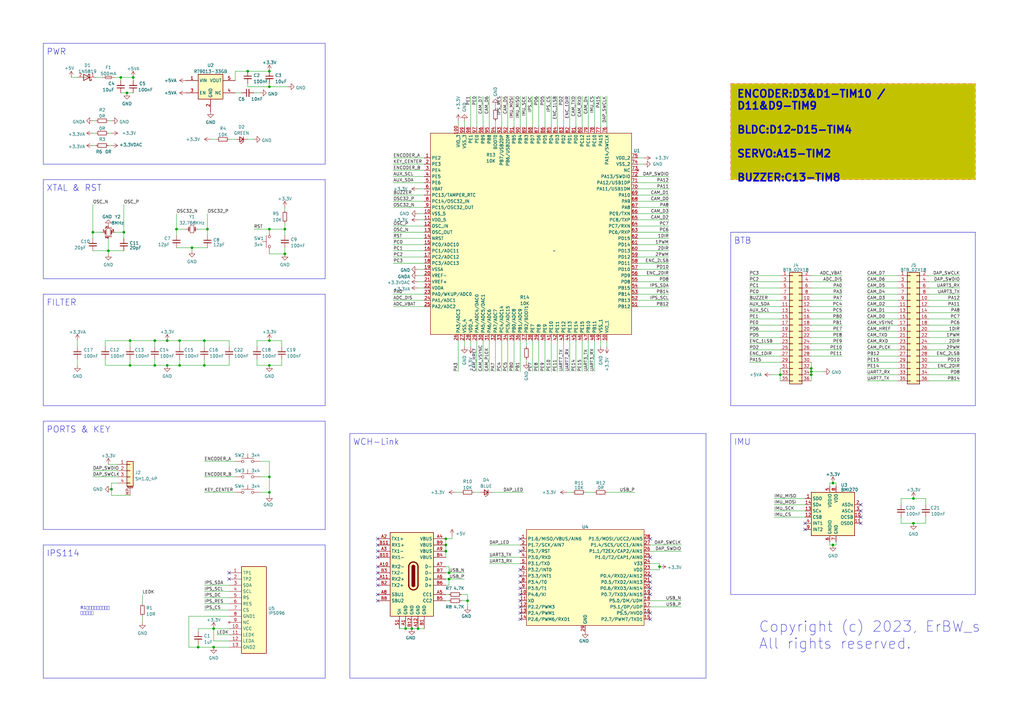
<source format=kicad_sch>
(kicad_sch (version 20230121) (generator eeschema)
  (paper "A3")
  (junction (at 116.84 104.14))
  (junction (at 341.63 223.52))
  (junction (at 184.15 237.49))
  (junction (at 38.1 95.25))
  (junction (at 44.45 102.87))
  (junction (at 85.09 93.98))
  (junction (at 182.88 223.52))
  (junction (at 116.84 93.98))
  (junction (at 110.49 35.56))
  (junction (at 182.88 226.06))
  (junction (at 73.66 149.86))
  (junction (at 72.39 93.98))
  (junction (at 81.28 265.43))
  (junction (at 184.15 234.95))
  (junction (at 374.65 204.47))
  (junction (at 110.49 139.7))
  (junction (at 166.37 257.81))
  (junction (at 54.61 31.75))
  (junction (at 53.34 139.7))
  (junction (at 341.63 198.12))
  (junction (at 83.82 139.7))
  (junction (at 332.74 152.4))
  (junction (at 45.72 200.66))
  (junction (at 182.88 220.98))
  (junction (at 374.65 214.63))
  (junction (at 101.6 29.21))
  (junction (at 110.49 195.58))
  (junction (at 110.49 93.98))
  (junction (at 50.8 95.25))
  (junction (at 87.63 257.81))
  (junction (at 320.04 153.67))
  (junction (at 83.82 149.86))
  (junction (at 110.49 29.21))
  (junction (at 49.53 31.75))
  (junction (at 68.58 139.7))
  (junction (at 87.63 265.43))
  (junction (at 63.5 149.86))
  (junction (at 52.07 38.1))
  (junction (at 332.74 151.13))
  (junction (at 110.49 201.93))
  (junction (at 63.5 139.7))
  (junction (at 332.74 153.67))
  (junction (at 110.49 149.86))
  (junction (at 168.91 257.81))
  (junction (at 68.58 149.86))
  (junction (at 191.77 246.38))
  (junction (at 73.66 139.7))
  (junction (at 53.34 149.86))
  (junction (at 78.74 101.6))
  (junction (at 270.51 232.41))
  (junction (at 171.45 257.81))
  (no_connect (at 266.7 220.98))
  (no_connect (at 213.36 236.22))
  (no_connect (at 93.98 234.95))
  (no_connect (at 154.94 240.03))
  (no_connect (at 266.7 241.3))
  (no_connect (at 213.36 233.68))
  (no_connect (at 154.94 232.41))
  (no_connect (at 213.36 238.76))
  (no_connect (at 330.2 214.63))
  (no_connect (at 266.7 254))
  (no_connect (at 213.36 220.98))
  (no_connect (at 154.94 234.95))
  (no_connect (at 213.36 248.92))
  (no_connect (at 353.06 207.01))
  (no_connect (at 154.94 223.52))
  (no_connect (at 353.06 214.63))
  (no_connect (at 154.94 220.98))
  (no_connect (at 266.7 238.76))
  (no_connect (at 154.94 237.49))
  (no_connect (at 266.7 228.6))
  (no_connect (at 154.94 228.6))
  (no_connect (at 213.36 251.46))
  (no_connect (at 266.7 251.46))
  (no_connect (at 154.94 226.06))
  (no_connect (at 266.7 243.84))
  (no_connect (at 353.06 212.09))
  (no_connect (at 213.36 246.38))
  (no_connect (at 154.94 243.84))
  (no_connect (at 213.36 254))
  (no_connect (at 213.36 243.84))
  (no_connect (at 93.98 237.49))
  (no_connect (at 353.06 209.55))
  (no_connect (at 330.2 217.17))
  (no_connect (at 213.36 241.3))
  (no_connect (at 154.94 246.38))
  (no_connect (at 266.7 236.22))
  (no_connect (at 213.36 226.06))
  (wire (pts (xy 340.36 222.25) (xy 340.36 223.52)))
  (wire (pts (xy 49.53 31.75) (xy 49.53 33.02)))
  (wire (pts (xy 44.45 102.87) (xy 50.8 102.87)))
  (wire (pts (xy 274.32 125.73) (xy 261.62 125.73)))
  (wire (pts (xy 266.7 231.14) (xy 270.51 231.14)))
  (wire (pts (xy 355.6 123.19) (xy 368.3 123.19)))
  (wire (pts (xy 44.45 59.69) (xy 45.72 59.69)))
  (wire (pts (xy 44.45 97.79) (xy 44.45 102.87)))
  (wire (pts (xy 307.34 118.11) (xy 320.04 118.11)))
  (wire (pts (xy 320.04 151.13) (xy 320.04 153.67)))
  (wire (pts (xy 50.8 95.25) (xy 50.8 97.79)))
  (wire (pts (xy 110.49 203.2) (xy 110.49 201.93)))
  (wire (pts (xy 274.32 77.47) (xy 261.62 77.47)))
  (wire (pts (xy 182.88 232.41) (xy 184.15 232.41)))
  (wire (pts (xy 96.52 29.21) (xy 101.6 29.21)))
  (wire (pts (xy 38.1 54.61) (xy 39.37 54.61)))
  (wire (pts (xy 231.14 139.7) (xy 231.14 152.4)))
  (wire (pts (xy 53.34 139.7) (xy 53.34 142.24)))
  (wire (pts (xy 345.44 120.65) (xy 332.74 120.65)))
  (wire (pts (xy 163.83 257.81) (xy 166.37 257.81)))
  (wire (pts (xy 115.57 139.7) (xy 115.57 142.24)))
  (wire (pts (xy 110.49 34.29) (xy 110.49 35.56)))
  (polyline (pts (xy 17.78 172.72) (xy 17.78 217.17)))
  (wire (pts (xy 83.82 242.57) (xy 93.98 242.57)))
  (wire (pts (xy 185.42 219.71) (xy 185.42 220.98)))
  (wire (pts (xy 345.44 125.73) (xy 332.74 125.73)))
  (wire (pts (xy 393.7 148.59) (xy 381 148.59)))
  (wire (pts (xy 266.7 246.38) (xy 279.4 246.38)))
  (wire (pts (xy 87.63 257.81) (xy 87.63 262.89)))
  (wire (pts (xy 83.82 245.11) (xy 93.98 245.11)))
  (wire (pts (xy 38.1 83.82) (xy 38.1 95.25)))
  (polyline (pts (xy 17.78 166.37) (xy 133.35 166.37)))
  (wire (pts (xy 345.44 146.05) (xy 332.74 146.05)))
  (wire (pts (xy 307.34 140.97) (xy 320.04 140.97)))
  (wire (pts (xy 274.32 90.17) (xy 261.62 90.17)))
  (wire (pts (xy 110.49 201.93) (xy 110.49 195.58)))
  (wire (pts (xy 379.73 212.09) (xy 379.73 214.63)))
  (wire (pts (xy 341.63 223.52) (xy 342.9 223.52)))
  (wire (pts (xy 345.44 138.43) (xy 332.74 138.43)))
  (wire (pts (xy 201.93 201.93) (xy 214.63 201.93)))
  (wire (pts (xy 105.41 149.86) (xy 110.49 149.86)))
  (wire (pts (xy 184.15 240.03) (xy 184.15 237.49)))
  (wire (pts (xy 81.28 93.98) (xy 85.09 93.98)))
  (wire (pts (xy 246.38 142.24) (xy 246.38 139.7)))
  (wire (pts (xy 187.96 49.53) (xy 187.96 52.07)))
  (wire (pts (xy 264.16 64.77) (xy 261.62 64.77)))
  (wire (pts (xy 161.29 92.71) (xy 173.99 92.71)))
  (wire (pts (xy 238.76 39.37) (xy 238.76 52.07)))
  (wire (pts (xy 223.52 39.37) (xy 223.52 52.07)))
  (wire (pts (xy 393.7 125.73) (xy 381 125.73)))
  (wire (pts (xy 194.31 201.93) (xy 196.85 201.93)))
  (wire (pts (xy 266.7 248.92) (xy 279.4 248.92)))
  (wire (pts (xy 44.45 49.53) (xy 45.72 49.53)))
  (wire (pts (xy 320.04 153.67) (xy 320.04 156.21)))
  (wire (pts (xy 228.6 39.37) (xy 228.6 52.07)))
  (wire (pts (xy 241.3 39.37) (xy 241.3 52.07)))
  (wire (pts (xy 161.29 97.79) (xy 173.99 97.79)))
  (wire (pts (xy 73.66 149.86) (xy 83.82 149.86)))
  (wire (pts (xy 190.5 49.53) (xy 190.5 52.07)))
  (wire (pts (xy 87.63 257.81) (xy 93.98 257.81)))
  (wire (pts (xy 355.6 143.51) (xy 368.3 143.51)))
  (wire (pts (xy 101.6 57.15) (xy 104.14 57.15)))
  (wire (pts (xy 355.6 146.05) (xy 368.3 146.05)))
  (wire (pts (xy 307.34 115.57) (xy 320.04 115.57)))
  (wire (pts (xy 161.29 95.25) (xy 173.99 95.25)))
  (wire (pts (xy 345.44 128.27) (xy 332.74 128.27)))
  (wire (pts (xy 215.9 52.07) (xy 215.9 39.37)))
  (wire (pts (xy 168.91 257.81) (xy 171.45 257.81)))
  (wire (pts (xy 368.3 153.67) (xy 355.6 153.67)))
  (wire (pts (xy 171.45 110.49) (xy 173.99 110.49)))
  (polyline (pts (xy 17.78 114.3) (xy 17.78 73.66)))
  (wire (pts (xy 274.32 85.09) (xy 261.62 85.09)))
  (wire (pts (xy 200.66 152.4) (xy 200.66 139.7)))
  (wire (pts (xy 307.34 125.73) (xy 320.04 125.73)))
  (wire (pts (xy 77.47 252.73) (xy 77.47 265.43)))
  (wire (pts (xy 393.7 156.21) (xy 381 156.21)))
  (wire (pts (xy 369.57 204.47) (xy 369.57 207.01)))
  (wire (pts (xy 38.1 193.04) (xy 48.26 193.04)))
  (wire (pts (xy 226.06 152.4) (xy 226.06 139.7)))
  (wire (pts (xy 46.99 95.25) (xy 50.8 95.25)))
  (wire (pts (xy 355.6 128.27) (xy 368.3 128.27)))
  (wire (pts (xy 166.37 257.81) (xy 168.91 257.81)))
  (polyline (pts (xy 133.35 278.13) (xy 133.35 223.52)))
  (wire (pts (xy 110.49 189.23) (xy 106.68 189.23)))
  (wire (pts (xy 193.04 142.24) (xy 193.04 139.7)))
  (wire (pts (xy 220.98 152.4) (xy 220.98 139.7)))
  (wire (pts (xy 171.45 90.17) (xy 173.99 90.17)))
  (wire (pts (xy 171.45 257.81) (xy 173.99 257.81)))
  (wire (pts (xy 31.75 139.7) (xy 31.75 142.24)))
  (wire (pts (xy 210.82 52.07) (xy 210.82 39.37)))
  (wire (pts (xy 266.7 226.06) (xy 279.4 226.06)))
  (wire (pts (xy 340.36 223.52) (xy 341.63 223.52)))
  (wire (pts (xy 48.26 198.12) (xy 45.72 198.12)))
  (wire (pts (xy 307.34 130.81) (xy 320.04 130.81)))
  (wire (pts (xy 264.16 67.31) (xy 261.62 67.31)))
  (wire (pts (xy 171.45 77.47) (xy 173.99 77.47)))
  (wire (pts (xy 345.44 140.97) (xy 332.74 140.97)))
  (wire (pts (xy 203.2 49.53) (xy 203.2 52.07)))
  (wire (pts (xy 96.52 189.23) (xy 83.82 189.23)))
  (wire (pts (xy 161.29 74.93) (xy 173.99 74.93)))
  (wire (pts (xy 161.29 125.73) (xy 173.99 125.73)))
  (polyline (pts (xy 299.72 95.25) (xy 400.05 95.25)))
  (wire (pts (xy 45.72 198.12) (xy 45.72 200.66)))
  (wire (pts (xy 173.99 69.85) (xy 161.29 69.85)))
  (wire (pts (xy 41.91 95.25) (xy 38.1 95.25)))
  (wire (pts (xy 307.34 135.89) (xy 320.04 135.89)))
  (wire (pts (xy 274.32 87.63) (xy 261.62 87.63)))
  (wire (pts (xy 161.29 120.65) (xy 173.99 120.65)))
  (wire (pts (xy 307.34 113.03) (xy 320.04 113.03)))
  (wire (pts (xy 85.09 87.63) (xy 85.09 93.98)))
  (wire (pts (xy 232.41 201.93) (xy 234.95 201.93)))
  (wire (pts (xy 81.28 264.16) (xy 81.28 265.43)))
  (wire (pts (xy 161.29 80.01) (xy 173.99 80.01)))
  (wire (pts (xy 38.1 49.53) (xy 39.37 49.53)))
  (wire (pts (xy 116.84 101.6) (xy 116.84 104.14)))
  (wire (pts (xy 76.2 93.98) (xy 72.39 93.98)))
  (polyline (pts (xy 133.35 166.37) (xy 133.35 120.65)))
  (wire (pts (xy 330.2 204.47) (xy 317.5 204.47)))
  (wire (pts (xy 104.14 38.1) (xy 106.68 38.1)))
  (wire (pts (xy 191.77 248.92) (xy 191.77 246.38)))
  (wire (pts (xy 215.9 148.59) (xy 215.9 147.32)))
  (wire (pts (xy 345.44 113.03) (xy 332.74 113.03)))
  (wire (pts (xy 355.6 118.11) (xy 368.3 118.11)))
  (wire (pts (xy 340.36 198.12) (xy 341.63 198.12)))
  (wire (pts (xy 104.14 93.98) (xy 110.49 93.98)))
  (wire (pts (xy 50.8 83.82) (xy 50.8 95.25)))
  (wire (pts (xy 355.6 130.81) (xy 368.3 130.81)))
  (wire (pts (xy 203.2 43.18) (xy 203.2 44.45)))
  (wire (pts (xy 213.36 152.4) (xy 213.36 139.7)))
  (wire (pts (xy 39.37 31.75) (xy 41.91 31.75)))
  (wire (pts (xy 73.66 147.32) (xy 73.66 149.86)))
  (wire (pts (xy 355.6 148.59) (xy 368.3 148.59)))
  (polyline (pts (xy 133.35 114.3) (xy 17.78 114.3)))
  (wire (pts (xy 307.34 138.43) (xy 320.04 138.43)))
  (wire (pts (xy 342.9 198.12) (xy 342.9 199.39)))
  (wire (pts (xy 52.07 38.1) (xy 54.61 38.1)))
  (wire (pts (xy 182.88 246.38) (xy 184.15 246.38)))
  (polyline (pts (xy 17.78 120.65) (xy 17.78 166.37)))
  (wire (pts (xy 381 118.11) (xy 393.7 118.11)))
  (wire (pts (xy 191.77 243.84) (xy 189.23 243.84)))
  (polyline (pts (xy 400.05 95.25) (xy 400.05 166.37)))
  (wire (pts (xy 307.34 133.35) (xy 320.04 133.35)))
  (wire (pts (xy 274.32 120.65) (xy 261.62 120.65)))
  (polyline (pts (xy 17.78 172.72) (xy 133.35 172.72)))
  (wire (pts (xy 186.69 201.93) (xy 189.23 201.93)))
  (wire (pts (xy 355.6 135.89) (xy 368.3 135.89)))
  (wire (pts (xy 81.28 265.43) (xy 87.63 265.43)))
  (wire (pts (xy 274.32 95.25) (xy 261.62 95.25)))
  (wire (pts (xy 72.39 87.63) (xy 72.39 93.98)))
  (wire (pts (xy 96.52 33.02) (xy 96.52 29.21)))
  (wire (pts (xy 341.63 198.12) (xy 342.9 198.12)))
  (wire (pts (xy 171.45 113.03) (xy 173.99 113.03)))
  (wire (pts (xy 45.72 203.2) (xy 45.72 200.66)))
  (wire (pts (xy 393.7 123.19) (xy 381 123.19)))
  (wire (pts (xy 86.36 57.15) (xy 88.9 57.15)))
  (wire (pts (xy 43.18 149.86) (xy 53.34 149.86)))
  (wire (pts (xy 213.36 228.6) (xy 200.66 228.6)))
  (wire (pts (xy 205.74 39.37) (xy 205.74 52.07)))
  (polyline (pts (xy 400.05 166.37) (xy 299.72 166.37)))
  (wire (pts (xy 68.58 139.7) (xy 73.66 139.7)))
  (wire (pts (xy 49.53 31.75) (xy 54.61 31.75)))
  (wire (pts (xy 83.82 147.32) (xy 83.82 149.86)))
  (wire (pts (xy 393.7 133.35) (xy 381 133.35)))
  (wire (pts (xy 355.6 151.13) (xy 368.3 151.13)))
  (wire (pts (xy 161.29 123.19) (xy 173.99 123.19)))
  (wire (pts (xy 53.34 149.86) (xy 63.5 149.86)))
  (wire (pts (xy 393.7 153.67) (xy 381 153.67)))
  (wire (pts (xy 270.51 233.68) (xy 266.7 233.68)))
  (wire (pts (xy 105.41 139.7) (xy 105.41 142.24)))
  (wire (pts (xy 355.6 133.35) (xy 368.3 133.35)))
  (wire (pts (xy 233.68 139.7) (xy 233.68 152.4)))
  (wire (pts (xy 73.66 139.7) (xy 73.66 142.24)))
  (wire (pts (xy 68.58 149.86) (xy 73.66 149.86)))
  (polyline (pts (xy 133.35 17.78) (xy 17.78 17.78)))
  (wire (pts (xy 171.45 118.11) (xy 173.99 118.11)))
  (polyline (pts (xy 133.35 120.65) (xy 17.78 120.65)))
  (wire (pts (xy 96.52 195.58) (xy 83.82 195.58)))
  (wire (pts (xy 38.1 195.58) (xy 48.26 195.58)))
  (wire (pts (xy 88.9 260.35) (xy 93.98 260.35)))
  (wire (pts (xy 115.57 139.7) (xy 110.49 139.7)))
  (wire (pts (xy 101.6 34.29) (xy 101.6 35.56)))
  (wire (pts (xy 182.88 234.95) (xy 184.15 234.95)))
  (wire (pts (xy 45.72 203.2) (xy 53.34 203.2)))
  (wire (pts (xy 184.15 234.95) (xy 190.5 234.95)))
  (wire (pts (xy 110.49 139.7) (xy 105.41 139.7)))
  (wire (pts (xy 274.32 80.01) (xy 261.62 80.01)))
  (wire (pts (xy 195.58 39.37) (xy 195.58 52.07)))
  (wire (pts (xy 223.52 152.4) (xy 223.52 139.7)))
  (wire (pts (xy 243.84 52.07) (xy 243.84 39.37)))
  (wire (pts (xy 171.45 115.57) (xy 173.99 115.57)))
  (wire (pts (xy 54.61 31.75) (xy 54.61 33.02)))
  (wire (pts (xy 83.82 247.65) (xy 93.98 247.65)))
  (wire (pts (xy 193.04 39.37) (xy 193.04 52.07)))
  (wire (pts (xy 248.92 52.07) (xy 248.92 39.37)))
  (wire (pts (xy 161.29 100.33) (xy 173.99 100.33)))
  (wire (pts (xy 270.51 231.14) (xy 270.51 232.41)))
  (wire (pts (xy 355.6 113.03) (xy 368.3 113.03)))
  (wire (pts (xy 270.51 232.41) (xy 270.51 233.68)))
  (wire (pts (xy 184.15 237.49) (xy 190.5 237.49)))
  (wire (pts (xy 185.42 220.98) (xy 182.88 220.98)))
  (wire (pts (xy 274.32 74.93) (xy 261.62 74.93)))
  (wire (pts (xy 345.44 143.51) (xy 332.74 143.51)))
  (wire (pts (xy 393.7 146.05) (xy 381 146.05)))
  (wire (pts (xy 226.06 39.37) (xy 226.06 52.07)))
  (wire (pts (xy 233.68 39.37) (xy 233.68 52.07)))
  (wire (pts (xy 345.44 115.57) (xy 332.74 115.57)))
  (wire (pts (xy 110.49 104.14) (xy 116.84 104.14)))
  (wire (pts (xy 369.57 214.63) (xy 374.65 214.63)))
  (wire (pts (xy 236.22 152.4) (xy 236.22 139.7)))
  (wire (pts (xy 213.36 52.07) (xy 213.36 39.37)))
  (wire (pts (xy 381 113.03) (xy 393.7 113.03)))
  (wire (pts (xy 116.84 85.09) (xy 116.84 86.36)))
  (wire (pts (xy 374.65 214.63) (xy 379.73 214.63)))
  (wire (pts (xy 93.98 149.86) (xy 83.82 149.86)))
  (wire (pts (xy 274.32 82.55) (xy 261.62 82.55)))
  (polyline (pts (xy 17.78 73.66) (xy 133.35 73.66)))
  (wire (pts (xy 330.2 209.55) (xy 317.5 209.55)))
  (wire (pts (xy 332.74 152.4) (xy 332.74 153.67)))
  (wire (pts (xy 203.2 152.4) (xy 203.2 139.7)))
  (wire (pts (xy 110.49 195.58) (xy 110.49 189.23)))
  (wire (pts (xy 101.6 29.21) (xy 110.49 29.21)))
  (wire (pts (xy 63.5 147.32) (xy 63.5 149.86)))
  (wire (pts (xy 248.92 201.93) (xy 260.35 201.93)))
  (wire (pts (xy 116.84 93.98) (xy 116.84 91.44)))
  (polyline (pts (xy 299.72 95.25) (xy 299.72 166.37)))
  (wire (pts (xy 393.7 128.27) (xy 381 128.27)))
  (wire (pts (xy 31.75 147.32) (xy 31.75 149.86)))
  (wire (pts (xy 393.7 140.97) (xy 381 140.97)))
  (wire (pts (xy 274.32 92.71) (xy 261.62 92.71)))
  (wire (pts (xy 355.6 120.65) (xy 368.3 120.65)))
  (wire (pts (xy 379.73 204.47) (xy 379.73 207.01)))
  (wire (pts (xy 307.34 146.05) (xy 320.04 146.05)))
  (wire (pts (xy 106.68 201.93) (xy 110.49 201.93)))
  (wire (pts (xy 195.58 152.4) (xy 195.58 139.7)))
  (wire (pts (xy 307.34 143.51) (xy 320.04 143.51)))
  (wire (pts (xy 261.62 123.19) (xy 274.32 123.19)))
  (wire (pts (xy 337.82 152.4) (xy 332.74 152.4)))
  (polyline (pts (xy 133.35 217.17) (xy 17.78 217.17)))
  (wire (pts (xy 231.14 39.37) (xy 231.14 52.07)))
  (wire (pts (xy 43.18 139.7) (xy 43.18 142.24)))
  (wire (pts (xy 68.58 139.7) (xy 63.5 139.7)))
  (wire (pts (xy 307.34 120.65) (xy 320.04 120.65)))
  (wire (pts (xy 101.6 35.56) (xy 110.49 35.56)))
  (wire (pts (xy 381 115.57) (xy 393.7 115.57)))
  (wire (pts (xy 240.03 201.93) (xy 243.84 201.93)))
  (wire (pts (xy 266.7 223.52) (xy 279.4 223.52)))
  (wire (pts (xy 110.49 93.98) (xy 116.84 93.98)))
  (wire (pts (xy 330.2 207.01) (xy 317.5 207.01)))
  (wire (pts (xy 49.53 38.1) (xy 52.07 38.1)))
  (wire (pts (xy 171.45 87.63) (xy 173.99 87.63)))
  (wire (pts (xy 83.82 201.93) (xy 96.52 201.93)))
  (wire (pts (xy 161.29 102.87) (xy 173.99 102.87)))
  (wire (pts (xy 236.22 39.37) (xy 236.22 52.07)))
  (wire (pts (xy 200.66 39.37) (xy 200.66 52.07)))
  (wire (pts (xy 53.34 139.7) (xy 43.18 139.7)))
  (wire (pts (xy 228.6 152.4) (xy 228.6 139.7)))
  (wire (pts (xy 72.39 101.6) (xy 78.74 101.6)))
  (wire (pts (xy 161.29 107.95) (xy 173.99 107.95)))
  (wire (pts (xy 63.5 139.7) (xy 63.5 142.24)))
  (wire (pts (xy 93.98 147.32) (xy 93.98 149.86)))
  (wire (pts (xy 243.84 139.7) (xy 243.84 152.4)))
  (wire (pts (xy 332.74 153.67) (xy 332.74 156.21)))
  (wire (pts (xy 93.98 139.7) (xy 83.82 139.7)))
  (wire (pts (xy 173.99 64.77) (xy 161.29 64.77)))
  (wire (pts (xy 161.29 82.55) (xy 173.99 82.55)))
  (wire (pts (xy 381 120.65) (xy 393.7 120.65)))
  (wire (pts (xy 241.3 139.7) (xy 241.3 152.4)))
  (polyline (pts (xy 17.78 278.13) (xy 133.35 278.13)))
  (wire (pts (xy 110.49 149.86) (xy 115.57 149.86)))
  (wire (pts (xy 261.62 72.39) (xy 274.32 72.39)))
  (wire (pts (xy 198.12 152.4) (xy 198.12 139.7)))
  (wire (pts (xy 393.7 138.43) (xy 381 138.43)))
  (wire (pts (xy 77.47 265.43) (xy 81.28 265.43)))
  (wire (pts (xy 345.44 135.89) (xy 332.74 135.89)))
  (wire (pts (xy 85.09 93.98) (xy 85.09 96.52)))
  (wire (pts (xy 274.32 107.95) (xy 261.62 107.95)))
  (wire (pts (xy 106.68 195.58) (xy 110.49 195.58)))
  (wire (pts (xy 246.38 39.37) (xy 246.38 52.07)))
  (wire (pts (xy 332.74 148.59) (xy 332.74 151.13)))
  (wire (pts (xy 110.49 35.56) (xy 118.11 35.56)))
  (wire (pts (xy 72.39 93.98) (xy 72.39 96.52)))
  (wire (pts (xy 182.88 223.52) (xy 182.88 226.06)))
  (wire (pts (xy 238.76 152.4) (xy 238.76 139.7)))
  (polyline (pts (xy 17.78 17.78) (xy 17.78 67.31)))
  (wire (pts (xy 161.29 105.41) (xy 173.99 105.41)))
  (wire (pts (xy 44.45 102.87) (xy 44.45 104.14)))
  (wire (pts (xy 182.88 240.03) (xy 184.15 240.03)))
  (wire (pts (xy 320.04 153.67) (xy 316.23 153.67)))
  (wire (pts (xy 342.9 223.52) (xy 342.9 222.25)))
  (wire (pts (xy 115.57 147.32) (xy 115.57 149.86)))
  (wire (pts (xy 93.98 142.24) (xy 93.98 139.7)))
  (wire (pts (xy 393.7 135.89) (xy 381 135.89)))
  (wire (pts (xy 345.44 118.11) (xy 332.74 118.11)))
  (wire (pts (xy 208.28 152.4) (xy 208.28 139.7)))
  (wire (pts (xy 274.32 97.79) (xy 261.62 97.79)))
  (wire (pts (xy 182.88 220.98) (xy 182.88 223.52)))
  (wire (pts (xy 93.98 57.15) (xy 96.52 57.15)))
  (wire (pts (xy 274.32 115.57) (xy 261.62 115.57)))
  (wire (pts (xy 44.45 190.5) (xy 48.26 190.5)))
  (wire (pts (xy 220.98 39.37) (xy 220.98 52.07)))
  (wire (pts (xy 274.32 102.87) (xy 261.62 102.87)))
  (wire (pts (xy 190.5 142.24) (xy 190.5 139.7)))
  (wire (pts (xy 345.44 123.19) (xy 332.74 123.19)))
  (wire (pts (xy 78.74 101.6) (xy 85.09 101.6)))
  (wire (pts (xy 38.1 95.25) (xy 38.1 97.79)))
  (wire (pts (xy 198.12 39.37) (xy 198.12 52.07)))
  (wire (pts (xy 68.58 149.86) (xy 63.5 149.86)))
  (wire (pts (xy 355.6 115.57) (xy 368.3 115.57)))
  (wire (pts (xy 210.82 152.4) (xy 210.82 139.7)))
  (wire (pts (xy 58.42 255.27) (xy 58.42 252.73)))
  (wire (pts (xy 116.84 93.98) (xy 116.84 96.52)))
  (wire (pts (xy 78.74 101.6) (xy 78.74 102.87)))
  (wire (pts (xy 381 143.51) (xy 393.7 143.51)))
  (wire (pts (xy 189.23 246.38) (xy 191.77 246.38)))
  (wire (pts (xy 340.36 199.39) (xy 340.36 198.12)))
  (wire (pts (xy 381 130.81) (xy 393.7 130.81)))
  (wire (pts (xy 261.62 118.11) (xy 274.32 118.11)))
  (wire (pts (xy 307.34 148.59) (xy 320.04 148.59)))
  (wire (pts (xy 332.74 151.13) (xy 332.74 152.4)))
  (wire (pts (xy 330.2 212.09) (xy 317.5 212.09)))
  (wire (pts (xy 58.42 243.84) (xy 58.42 247.65)))
  (wire (pts (xy 83.82 250.19) (xy 93.98 250.19)))
  (wire (pts (xy 96.52 38.1) (xy 99.06 38.1)))
  (polyline (pts (xy 133.35 223.52) (xy 17.78 223.52)))
  (wire (pts (xy 182.88 237.49) (xy 184.15 237.49)))
  (wire (pts (xy 46.99 31.75) (xy 49.53 31.75)))
  (wire (pts (xy 274.32 100.33) (xy 261.62 100.33)))
  (wire (pts (xy 83.82 139.7) (xy 73.66 139.7)))
  (wire (pts (xy 208.28 39.37) (xy 208.28 52.07)))
  (wire (pts (xy 345.44 130.81) (xy 332.74 130.81)))
  (polyline (pts (xy 17.78 67.31) (xy 133.35 67.31)))
  (wire (pts (xy 218.44 152.4) (xy 218.44 139.7)))
  (polyline (pts (xy 133.35 67.31) (xy 133.35 17.78)))
  (wire (pts (xy 105.41 147.32) (xy 105.41 149.86)))
  (wire (pts (xy 182.88 243.84) (xy 184.15 243.84)))
  (wire (pts (xy 161.29 72.39) (xy 173.99 72.39)))
  (wire (pts (xy 191.77 246.38) (xy 191.77 243.84)))
  (wire (pts (xy 187.96 152.4) (xy 187.96 139.7)))
  (wire (pts (xy 38.1 59.69) (xy 39.37 59.69)))
  (wire (pts (xy 218.44 39.37) (xy 218.44 52.07)))
  (wire (pts (xy 213.36 223.52) (xy 200.66 223.52)))
  (wire (pts (xy 38.1 102.87) (xy 44.45 102.87)))
  (wire (pts (xy 369.57 212.09) (xy 369.57 214.63)))
  (wire (pts (xy 43.18 147.32) (xy 43.18 149.86)))
  (wire (pts (xy 81.28 259.08) (xy 81.28 257.81)))
  (wire (pts (xy 307.34 128.27) (xy 320.04 128.27)))
  (wire (pts (xy 83.82 240.03) (xy 93.98 240.03)))
  (polyline (pts (xy 17.78 223.52) (xy 17.78 278.13)))
  (wire (pts (xy 274.32 113.03) (xy 261.62 113.03)))
  (wire (pts (xy 93.98 252.73) (xy 77.47 252.73)))
  (polyline (pts (xy 133.35 172.72) (xy 133.35 217.17)))
  (wire (pts (xy 274.32 110.49) (xy 261.62 110.49)))
  (wire (pts (xy 29.21 31.75) (xy 31.75 31.75)))
  (wire (pts (xy 248.92 142.24) (xy 248.92 139.7)))
  (wire (pts (xy 87.63 262.89) (xy 93.98 262.89)))
  (wire (pts (xy 379.73 204.47) (xy 374.65 204.47)))
  (wire (pts (xy 393.7 151.13) (xy 381 151.13)))
  (wire (pts (xy 355.6 138.43) (xy 368.3 138.43)))
  (wire (pts (xy 182.88 226.06) (xy 182.88 228.6)))
  (wire (pts (xy 44.45 54.61) (xy 45.72 54.61)))
  (wire (pts (xy 355.6 140.97) (xy 368.3 140.97)))
  (wire (pts (xy 87.63 265.43) (xy 93.98 265.43)))
  (wire (pts (xy 83.82 139.7) (xy 83.82 142.24)))
  (wire (pts (xy 213.36 231.14) (xy 200.66 231.14)))
  (wire (pts (xy 161.29 85.09) (xy 173.99 85.09)))
  (wire (pts (xy 81.28 257.81) (xy 87.63 257.81)))
  (wire (pts (xy 53.34 139.7) (xy 63.5 139.7)))
  (wire (pts (xy 355.6 125.73) (xy 368.3 125.73)))
  (polyline (pts (xy 133.35 73.66) (xy 133.35 114.3)))
  (wire (pts (xy 345.44 133.35) (xy 332.74 133.35)))
  (wire (pts (xy 368.3 156.21) (xy 355.6 156.21)))
  (wire (pts (xy 184.15 232.41) (xy 184.15 234.95)))
  (wire (pts (xy 161.29 67.31) (xy 173.99 67.31)))
  (wire (pts (xy 274.32 105.41) (xy 261.62 105.41)))
  (wire (pts (xy 53.34 147.32) (xy 53.34 149.86)))
  (wire (pts (xy 205.74 152.4) (xy 205.74 139.7)))
  (wire (pts (xy 307.34 123.19) (xy 320.04 123.19)))
  (wire (pts (xy 374.65 204.47) (xy 369.57 204.47)))
  (wire (pts (xy 215.9 142.24) (xy 215.9 139.7)))
  (rectangle (start 299.72 177.8) (end 400.05 243.84))
  (rectangle (start 143.51 177.8) (end 289.56 278.13))
  (text_box "ENCODER:D3&D1-TIM10 / D11&D9-TIM9\n\nBLDC:D12~D15-TIM4\n\nSERVO:A15-TIM2\n\nBUZZER:C13-TIM8" (at 299.72 34.29 0) (size 100.33 39.37) (stroke (width 0.127) (type dash_dot) (color 255 0 0 1)) (fill (type color) (color 194 194 0 1)) (effects (font (size 3.048 3.048) (thickness 0.6096) bold) (justify left top)))
  (text "Copyright (c) 2023, ErBW_s\nAll rights reserved." (at 311.15 266.7 0) (effects (font (size 4.318 4.318)) (justify left bottom)))
  (text "PWR" (at 19.05 22.86 0) (effects (font (size 2.54 2.54)) (justify left bottom)))
  (text "IMU" (at 300.99 182.88 0) (effects (font (size 2.54 2.54)) (justify left bottom)))
  (text "IPS114" (at 19.05 228.6 0) (effects (font (size 2.54 2.54)) (justify left bottom)))
  (text "FILTER" (at 19.05 125.73 0) (effects (font (size 2.54 2.54)) (justify left bottom)))
  (text "PORTS & KEY" (at 19.05 177.8 0) (effects (font (size 2.54 2.54)) (justify left bottom)))
  (text "WCH-Link" (at 144.78 182.88 0) (effects (font (size 2.54 2.54)) (justify left bottom)))
  (text "R1的阻值影响背光亮度\n可自由选择" (at 33.02 252.73 0) (effects (font (size 1.27 1.27)) (justify left bottom)))
  (text "BTB" (at 300.99 100.33 0) (effects (font (size 2.54 2.54)) (justify left bottom)))
  (text "XTAL & RST" (at 19.05 78.74 0) (effects (font (size 2.54 2.54)) (justify left bottom)))
  (label "CAM_D3" (at 274.32 87.63 180))
  (label "2DIR" (at 393.7 140.97 180))
  (label "ADC_DIS" (at 161.29 123.19 0))
  (label "PD8" (at 393.7 153.67 180))
  (label "CAM_D6" (at 200.66 39.37 270))
  (label "USB_P" (at 260.35 201.93 180))
  (label "PE9" (at 345.44 140.97 180))
  (label "DAP_SWCLK" (at 279.4 223.52 180))
  (label "PE15" (at 238.76 152.4 90))
  (label "PA7" (at 203.2 152.4 90))
  (label "UART7_TX" (at 231.14 152.4 90))
  (label "PC4" (at 345.44 125.73 180))
  (label "PD5" (at 223.52 39.37 270))
  (label "PE0" (at 195.58 39.37 270))
  (label "PE1" (at 193.04 39.37 270))
  (label "IPS_CS" (at 83.82 250.19 0))
  (label "PA15" (at 307.34 148.59 0))
  (label "BUZZER" (at 161.29 80.01 0))
  (label "PD10" (at 393.7 148.59 180))
  (label "UART7_RX" (at 233.68 152.4 90))
  (label "UART7_TX" (at 355.6 156.21 0))
  (label "IMU_CS" (at 317.5 212.09 0))
  (label "ENC_1LSB" (at 228.6 39.37 270))
  (label "UART3_RX" (at 393.7 118.11 180))
  (label "OSC32_N" (at 72.39 87.63 0))
  (label "PC0" (at 307.34 120.65 0))
  (label "CAM_D3" (at 355.6 123.19 0))
  (label "IPS_DC" (at 218.44 39.37 270))
  (label "PA15" (at 246.38 39.37 270))
  (label "PA8" (at 274.32 85.09 180))
  (label "IMU_CS" (at 243.84 39.37 270))
  (label "IPS_SDA" (at 83.82 240.03 0))
  (label "DAP_SWDIO" (at 279.4 226.06 180))
  (label "UART3_RX" (at 200.66 231.14 0))
  (label "PC3" (at 307.34 113.03 0))
  (label "PD10" (at 274.32 110.49 180))
  (label "IPS_SCL" (at 83.82 242.57 0))
  (label "UART3_TX" (at 200.66 228.6 0))
  (label "USB_P" (at 279.4 248.92 180))
  (label "PB12" (at 274.32 125.73 180))
  (label "PE11" (at 345.44 146.05 180))
  (label "PC0" (at 161.29 100.33 0))
  (label "KEY_CENTER" (at 83.82 201.93 0))
  (label "DAP_LED" (at 214.63 201.93 180))
  (label "AUX_SCL" (at 307.34 128.27 0))
  (label "PC1" (at 161.29 102.87 0))
  (label "UART7_RX" (at 355.6 153.67 0))
  (label "CAM_RXD" (at 355.6 140.97 0))
  (label "PA11" (at 393.7 125.73 180))
  (label "PE8" (at 345.44 138.43 180))
  (label "2PWM" (at 393.7 143.51 180))
  (label "DAP_SWDIO" (at 274.32 72.39 180))
  (label "2PWM" (at 274.32 105.41 180))
  (label "PA3" (at 345.44 120.65 180))
  (label "PC5" (at 345.44 128.27 180))
  (label "OSC_N" (at 161.29 95.25 0))
  (label "CAM_D5" (at 208.28 39.37 270))
  (label "CAM_VSYNC" (at 355.6 133.35 0))
  (label "PE10" (at 226.06 152.4 90))
  (label "CAM_HREF" (at 195.58 152.4 90))
  (label "PB14" (at 393.7 156.21 180))
  (label "IPS_CS" (at 226.06 39.37 270))
  (label "PA0" (at 161.29 120.65 0))
  (label "LEDK" (at 88.9 260.35 0))
  (label "PB12" (at 355.6 146.05 0))
  (label "PE1" (at 307.34 130.81 0))
  (label "OSC_P" (at 161.29 92.71 0))
  (label "PE14" (at 355.6 151.13 0))
  (label "PE0" (at 307.34 133.35 0))
  (label "CAM_D7" (at 355.6 113.03 0))
  (label "PE7" (at 218.44 152.4 90))
  (label "PA12" (at 393.7 123.19 180))
  (label "DAP_SWDIO" (at 38.1 193.04 0))
  (label "CAM_TXD" (at 236.22 39.37 270))
  (label "IMU_SCK" (at 215.9 39.37 270))
  (label "2DIR" (at 274.32 102.87 180))
  (label "PD8" (at 274.32 115.57 180))
  (label "IPS_DC" (at 83.82 245.11 0))
  (label "IMU_SCK" (at 317.5 209.55 0))
  (label "ADC_VBAT" (at 161.29 125.73 0))
  (label "PD2" (at 307.34 143.51 0))
  (label "ENCODER_B" (at 83.82 195.58 0))
  (label "IPS_SCL" (at 274.32 123.19 180))
  (label "CAM_RXD" (at 238.76 39.37 270))
  (label "DAP_SWDIO" (at 393.7 115.57 180))
  (label "PE15" (at 355.6 148.59 0))
  (label "PC7" (at 393.7 130.81 180))
  (label "CAM_D2" (at 274.32 90.17 180))
  (label "PB0" (at 210.82 152.4 90))
  (label "UART3_TX" (at 241.3 152.4 90))
  (label "CAM_D1" (at 355.6 128.27 0))
  (label "1DIR" (at 274.32 97.79 180))
  (label "PE10" (at 345.44 143.51 180))
  (label "PC3" (at 161.29 107.95 0))
  (label "CAM_D1" (at 274.32 80.01 180))
  (label "ADC_DIS" (at 345.44 115.57 180))
  (label "RST" (at 161.29 97.79 0))
  (label "DAP_SWCLK" (at 393.7 113.03 180))
  (label "PD6" (at 220.98 39.37 270))
  (label "USB_P" (at 190.5 237.49 180))
  (label "OSC_P" (at 50.8 83.82 0))
  (label "PA8" (at 393.7 128.27 180))
  (label "DAP_SWCLK" (at 248.92 39.37 270))
  (label "PC6" (at 393.7 133.35 180))
  (label "ENCODER_A" (at 83.82 189.23 0))
  (label "LEDK" (at 58.42 243.84 0))
  (label "IMU_MOSI" (at 210.82 39.37 270))
  (label "PA7" (at 345.44 123.19 180))
  (label "ENCODER_B" (at 161.29 69.85 0))
  (label "IMU_MISO" (at 317.5 204.47 0))
  (label "USB_N" (at 279.4 246.38 180))
  (label "DAP_SWCLK" (at 38.1 195.58 0))
  (label "CAM_D5" (at 355.6 118.11 0))
  (label "CAM_D7" (at 198.12 39.37 270))
  (label "PB1" (at 213.36 152.4 90))
  (label "ENC_1DIR" (at 307.34 146.05 0))
  (label "OSC_N" (at 38.1 83.82 0))
  (label "OSC32_P" (at 161.29 82.55 0))
  (label "AUX_SDA" (at 307.34 125.73 0))
  (label "ENC_2LSB" (at 274.32 107.95 180))
  (label "PC4" (at 205.74 152.4 90))
  (label "PE7" (at 345.44 135.89 180))
  (label "KEY_CENTER" (at 161.29 67.31 0))
  (label "IPS_SDA" (at 274.32 118.11 180))
  (label "ENCODER_A" (at 161.29 64.77 0))
  (label "PC6" (at 274.32 95.25 180))
  (label "PA12" (at 274.32 74.93 180))
  (label "PD5" (at 307.34 138.43 0))
  (label "PE8" (at 220.98 152.4 90))
  (label "IPS_RES" (at 205.74 39.37 270))
  (label "CAM_D4" (at 355.6 120.65 0))
  (label "PE14" (at 236.22 152.4 90))
  (label "IPS_RES" (at 83.82 247.65 0))
  (label "CAM_D4" (at 241.3 39.37 270))
  (label "1PWM" (at 274.32 100.33 180))
  (label "USB_N" (at 190.5 234.95 180))
  (label "ENC_2LSB" (at 393.7 146.05 180))
  (label "PA3" (at 187.96 152.4 90))
  (label "UART3_RX" (at 243.84 152.4 90))
  (label "CAM_PLCK" (at 355.6 143.51 0))
  (label "CAM_D6" (at 355.6 115.57 0))
  (label "ENC_2DIR" (at 274.32 113.03 180))
  (label "PC5" (at 208.28 152.4 90))
  (label "PB14" (at 274.32 120.65 180))
  (label "OSC32_P" (at 85.09 87.63 0))
  (label "ENC_1DIR" (at 233.68 39.37 270))
  (label "IMU_MISO" (at 213.36 39.37 270))
  (label "ENC_2DIR" (at 393.7 151.13 180))
  (label "RST" (at 104.14 93.98 0))
  (label "UART3_TX" (at 393.7 120.65 180))
  (label "PA0" (at 345.44 118.11 180))
  (label "PA11" (at 274.32 77.47 180))
  (label "PC7" (at 274.32 92.71 180))
  (label "IMU_MOSI" (at 317.5 207.01 0))
  (label "CAM_PLCK" (at 200.66 152.4 90))
  (label "PD2" (at 231.14 39.37 270))
  (label "CAM_TXD" (at 355.6 138.43 0))
  (label "CAM_HREF" (at 355.6 135.89 0))
  (label "ADC_VBAT" (at 345.44 113.03 180))
  (label "CAM_D0" (at 355.6 130.81 0))
  (label "PB0" (at 345.44 130.81 180))
  (label "ENC_1LSB" (at 307.34 140.97 0))
  (label "BUZZER" (at 307.34 123.19 0))
  (label "PB1" (at 345.44 133.35 180))
  (label "1DIR" (at 393.7 135.89 180))
  (label "AUX_SCL" (at 161.29 72.39 0))
  (label "PC1" (at 307.34 118.11 0))
  (label "1PWM" (at 393.7 138.43 180))
  (label "OSC32_N" (at 161.29 85.09 0))
  (label "CAM_D2" (at 355.6 125.73 0))
  (label "PC2" (at 307.34 115.57 0))
  (label "PC2" (at 161.29 105.41 0))
  (label "DAP_LED" (at 200.66 223.52 0))
  (label "AUX_SDA" (at 161.29 74.93 0))
  (label "CAM_D0" (at 274.32 82.55 180))
  (label "CAM_VSYNC" (at 198.12 152.4 90))
  (label "PD6" (at 307.34 135.89 0))
  (label "PE9" (at 223.52 152.4 90))
  (label "PE11" (at 228.6 152.4 90))
  (symbol (lib_id "power:+3.3V") (at 374.65 204.47 0) (unit 1)
    (property "Reference" "#PWR040" (effects hide))
    (property "Value" "+3.3V" (at 374.65 200.8942 0))
  )
  (symbol (lib_id "power:GNDA") (at 171.45 113.03 270) (unit 1)
    (property "Reference" "#PWR045" (effects hide))
    (property "Value" "GNDA" (at 168.275 113.4638 90) (effects (justify right)))
  )
  (symbol (lib_id "Sensor_Motion:BMI160") (at 342.9 209.55 0) (unit 1)
    (property "Reference" "U3" (at 344.8559 198.9201 0) (effects (justify left)))
    (property "Value" "BMI270" (at 344.8559 200.8411 0) (effects (justify left)))
    (property "Footprint" "Package_LGA:Bosch_LGA-14_3x2.5mm_P0.5mm" (effects hide))
    (property "Datasheet" "https://www.bosch-sensortec.com/media/boschsensortec/downloads/datasheets/bst-bmi160-ds000.pdf" (effects hide))
  )
  (symbol (lib_id "power:GNDA") (at 38.1 49.53 270) (unit 1)
    (property "Reference" "#PWR013" (effects hide))
    (property "Value" "GNDA" (at 34.925 49.9638 90) (effects (justify right)))
  )
  (symbol (lib_id "Device:Fuse_Small") (at 44.45 31.75 0) (unit 1)
    (property "Reference" "F1" (at 44.45 27.6692 0))
    (property "Value" "500mA" (at 44.45 30.2061 0))
    (property "Footprint" "Fuse:Fuse_0603_1608Metric" (effects hide))
  )
  (symbol (lib_id "power:GND") (at 44.45 92.71 180) (unit 1)
    (property "Reference" "#PWR020" (effects hide))
    (property "Value" "GND" (at 41.91 88.9 0) (effects (justify right)))
  )
  (symbol (lib_id "power:+3.3V") (at 186.69 201.93 90) (unit 1)
    (property "Reference" "#PWR038" (effects hide))
    (property "Value" "+3.3V" (at 176.53 201.93 90) (effects (justify right)))
  )
  (symbol (lib_id "Device:R_Small") (at 215.9 144.78 180) (unit 1)
    (property "Reference" "R14" (at 217.17 121.92 0) (effects (justify left)))
    (property "Value" "10K" (at 217.17 124.46 0) (effects (justify left)))
    (property "Footprint" "ErBW_s:R_0402" (effects hide))
  )
  (symbol (lib_id "power:GND") (at 116.84 104.14 0) (unit 1)
    (property "Reference" "#PWR023" (effects hide))
    (property "Value" "GND" (at 116.84 108.5834 0))
  )
  (symbol (lib_id "Device:C_Small") (at 101.6 31.75 0) (unit 1)
    (property "Reference" "C2" (at 103.9241 30.9216 0) (effects (justify left)))
    (property "Value" "100nF" (at 103.9241 33.4585 0) (effects (justify left)))
    (property "Footprint" "ErBW_s:C_0402" (effects hide))
  )
  (symbol (lib_id "power:GND") (at 191.77 248.92 0) (unit 1)
    (property "Reference" "#PWR035" (effects hide))
    (property "Value" "GND" (at 189.23 252.73 0) (effects (justify left)))
  )
  (symbol (lib_id "power:+3.3V") (at 193.04 142.24 180) (unit 1)
    (property "Reference" "#PWR049" (effects hide))
    (property "Value" "+3.3V" (at 193.04 152.4 90) (effects (justify right)))
  )
  (symbol (lib_id "power:GND") (at 86.36 45.72 0) (unit 1)
    (property "Reference" "#PWR012" (effects hide))
    (property "Value" "GND" (at 86.36 50.1634 0))
  )
  (symbol (lib_id "power:GND") (at 215.9 148.59 0) (unit 1)
    (property "Reference" "#PWR047" (effects hide))
    (property "Value" "GND" (at 215.9 156.21 90) (effects (justify left)))
  )
  (symbol (lib_id "Device:LED_Small") (at 99.06 57.15 180) (unit 1)
    (property "Reference" "D2" (at 99.06 52.07 0))
    (property "Value" "GREEN" (at 99.06 54.61 0))
    (property "Footprint" "ErBW_s:LED_0402" (effects hide))
  )
  (symbol (lib_id "power:+3.3V") (at 87.63 257.81 0) (unit 1)
    (property "Reference" "#PWR02" (effects hide))
    (property "Value" "+3.3V" (at 87.63 254.2342 0))
  )
  (symbol (lib_id "ErBW_s:CH32V307VCT6") (at 214.63 96.52 0) (unit 1)
    (property "Reference" "U1" (at 261.1565 61.8013 0))
    (property "Value" "~" (at 227.33 102.87 0))
    (property "Footprint" "Package_QFP:LQFP-100_14x14mm_P0.5mm" (effects hide))
  )
  (symbol (lib_id "Device:C_Small") (at 379.73 209.55 180) (unit 1)
    (property "Reference" "C21" (at 383.54 208.28 0))
    (property "Value" "100nF" (at 384.81 210.82 0))
    (property "Footprint" "ErBW_s:C_0402" (effects hide))
  )
  (symbol (lib_id "power:+5VA") (at 76.2 33.02 90) (unit 1)
    (property "Reference" "#PWR07" (effects hide))
    (property "Value" "+5VA" (at 67.31 33.02 90) (effects (justify right)))
  )
  (symbol (lib_id "Device:R_Small") (at 41.91 54.61 90) (unit 1)
    (property "Reference" "R3" (at 41.91 57.15 90))
    (property "Value" "0R" (at 41.91 52.7105 90))
    (property "Footprint" "ErBW_s:R_0402" (effects hide))
  )
  (symbol (lib_id "power:+3.3VA") (at 171.45 118.11 90) (unit 1)
    (property "Reference" "#PWR060" (effects hide))
    (property "Value" "+3.3VA" (at 168.2751 118.5438 90) (effects (justify left)))
  )
  (symbol (lib_id "power:+3.3V") (at 110.49 29.21 0) (unit 1)
    (property "Reference" "#PWR04" (effects hide))
    (property "Value" "+3.3V" (at 110.49 25.6342 0))
  )
  (symbol (lib_id "power:GND") (at 118.11 35.56 90) (unit 1)
    (property "Reference" "#PWR08" (effects hide))
    (property "Value" "GND" (at 121.285 35.9938 90) (effects (justify right)))
  )
  (symbol (lib_id "power:GND") (at 246.38 142.24 0) (unit 1)
    (property "Reference" "#PWR050" (effects hide))
    (property "Value" "GND" (at 246.38 149.86 90) (effects (justify left)))
  )
  (symbol (lib_id "Connector_Generic:Conn_02x18_Odd_Even") (at 325.12 133.35 0) (unit 1)
    (property "Reference" "J4" (at 326.39 108.7501 0))
    (property "Value" "BTB_02X18" (at 326.39 110.6711 0))
    (property "Footprint" "ErBW_s:BTB_Connector_02x18" (effects hide))
  )
  (symbol (lib_id "power:GND") (at 58.42 255.27 0) (unit 1)
    (property "Reference" "#PWR01" (effects hide))
    (property "Value" "GND" (at 58.42 259.7134 0))
  )
  (symbol (lib_id "power:GND") (at 203.2 43.18 180) (unit 1)
    (property "Reference" "#PWR046" (effects hide))
    (property "Value" "GND" (at 203.2 35.56 90) (effects (justify left)))
  )
  (symbol (lib_id "Device:C_Small") (at 369.57 209.55 180) (unit 1)
    (property "Reference" "C20" (at 373.38 208.28 0))
    (property "Value" "100nF" (at 374.65 210.82 0))
    (property "Footprint" "ErBW_s:C_0402" (effects hide))
  )
  (symbol (lib_id "power:+3.3V") (at 187.96 49.53 0) (unit 1)
    (property "Reference" "#PWR055" (effects hide))
    (property "Value" "+3.3V" (at 187.96 39.37 90) (effects (justify right)))
  )
  (symbol (lib_id "Device:R_Small") (at 58.42 250.19 180) (unit 1)
    (property "Reference" "R1" (at 59.9186 249.3553 0) (effects (justify right)))
    (property "Value" "10R" (at 59.9186 251.8922 0) (effects (justify right)))
    (property "Footprint" "ErBW_s:R_0402" (effects hide))
  )
  (symbol (lib_id "power:+5V") (at 185.42 219.71 0) (unit 1)
    (property "Reference" "#PWR031" (effects hide))
    (property "Value" "+5V" (at 186.817 218.8738 0) (effects (justify left)))
  )
  (symbol (lib_id "Device:LED_Small") (at 199.39 201.93 180) (unit 1)
    (property "Reference" "D4" (at 199.39 196.85 0))
    (property "Value" "BLUE" (at 199.39 199.39 0))
    (property "Footprint" "ErBW_s:LED_0402" (effects hide))
  )
  (symbol (lib_id "Device:C_Small") (at 72.39 99.06 0) (unit 1)
    (property "Reference" "C7" (at 67.31 97.79 0) (effects (justify left)))
    (property "Value" "12pF" (at 64.77 100.33 0) (effects (justify left)))
    (property "Footprint" "ErBW_s:C_0402" (effects hide))
  )
  (symbol (lib_id "power:GND") (at 341.63 223.52 0) (unit 1)
    (property "Reference" "#PWR042" (effects hide))
    (property "Value" "GND" (at 341.63 227.9634 0))
  )
  (symbol (lib_id "power:+3.3V") (at 248.92 142.24 180) (unit 1)
    (property "Reference" "#PWR051" (effects hide))
    (property "Value" "+3.3V" (at 248.92 152.4 90) (effects (justify right)))
  )
  (symbol (lib_id "power:+3.3V") (at 341.63 198.12 0) (unit 1)
    (property "Reference" "#PWR043" (effects hide))
    (property "Value" "+3.3V" (at 341.63 194.5442 0))
  )
  (symbol (lib_id "power:GND") (at 171.45 110.49 270) (unit 1)
    (property "Reference" "#PWR059" (effects hide))
    (property "Value" "GND" (at 168.2751 110.8068 90) (effects (justify right)))
  )
  (symbol (lib_id "Switch:SW_Push") (at 101.6 189.23 0) (unit 1)
    (property "Reference" "SW2" (at 100.33 186.69 0) (effects (justify right)))
    (property "Value" "3x4" (at 106.68 186.69 0) (effects (justify right)))
    (property "Footprint" "ErBW_s:BUTTON_3x4" (effects hide))
  )
  (symbol (lib_id "power:+5VA") (at 76.2 38.1 90) (unit 1)
    (property "Reference" "#PWR010" (effects hide))
    (property "Value" "+5VA" (at 67.31 38.1 90) (effects (justify right)))
  )
  (symbol (lib_id "Device:C_Small") (at 49.53 35.56 180) (unit 1)
    (property "Reference" "C4" (at 45.72 34.29 0))
    (property "Value" "10uF" (at 44.45 36.83 0))
    (property "Footprint" "ErBW_s:C_0402" (effects hide))
  )
  (symbol (lib_id "Device:C_Small") (at 116.84 99.06 0) (unit 1)
    (property "Reference" "C9" (at 119.1641 98.2316 0) (effects (justify left)))
    (property "Value" "100nF" (at 119.1641 100.7685 0) (effects (justify left)))
    (property "Footprint" "ErBW_s:C_0402" (effects hide))
  )
  (symbol (lib_id "power:+3.3V") (at 116.84 85.09 0) (unit 1)
    (property "Reference" "#PWR019" (effects hide))
    (property "Value" "+3.3V" (at 116.84 81.5142 0))
  )
  (symbol (lib_id "Device:C_Small") (at 93.98 144.78 180) (unit 1)
    (property "Reference" "C22" (at 97.79 143.51 0))
    (property "Value" "100nF" (at 99.06 146.05 0))
    (property "Footprint" "ErBW_s:C_0402" (effects hide))
  )
  (symbol (lib_id "Device:R_Small") (at 191.77 201.93 90) (unit 1)
    (property "Reference" "R10" (at 191.77 197.4936 90))
    (property "Value" "10K" (at 191.77 200.0305 90))
    (property "Footprint" "ErBW_s:R_0402" (effects hide))
  )
  (symbol (lib_id "ErBW_s:USB-Type-C") (at 168.91 237.49 0) (unit 1)
    (property "Reference" "J3" (at 168.91 214.7402 0))
    (property "Value" "USB-Type-C" (at 168.91 217.2771 0))
    (property "Footprint" "ErBW_s:USB-Type-C_SMD_16P" (effects hide))
    (property "Footprint" "ErBW_s:USB-Type-C_SMD_16P" (effects hide))
    (property "Reference" "J3" (effects hide))
    (property "Value" "USB-Type-C" (effects hide))
  )
  (symbol (lib_id "power:+3.3VDAC") (at 45.72 59.69 270) (unit 1)
    (property "Reference" "#PWR064" (effects hide))
    (property "Value" "+3.3VDAC" (at 48.895 59.3732 90) (effects (justify left)))
  )
  (symbol (lib_id "power:+3.3VA") (at 31.75 139.7 0) (unit 1)
    (property "Reference" "#PWR034" (effects hide))
    (property "Value" "+3.3VA" (at 31.75 136.1981 0))
  )
  (symbol (lib_id "power:GND") (at 68.58 149.86 0) (unit 1)
    (property "Reference" "#PWR025" (effects hide))
    (property "Value" "GND" (at 68.58 154.3034 0))
  )
  (symbol (lib_id "Device:C_Small") (at 63.5 144.78 180) (unit 1)
    (property "Reference" "C14" (at 67.31 143.51 0))
    (property "Value" "100nF" (at 68.58 146.05 0))
    (property "Footprint" "ErBW_s:C_0402" (effects hide))
  )
  (symbol (lib_id "power:+3.3VDAC") (at 171.45 115.57 90) (unit 1)
    (property "Reference" "#PWR061" (effects hide))
    (property "Value" "+3.3VDAC" (at 168.275 115.8868 90) (effects (justify left)))
  )
  (symbol (lib_id "power:+5V") (at 29.21 31.75 0) (unit 1)
    (property "Reference" "#PWR05" (effects hide))
    (property "Value" "+5V" (at 30.48 27.94 0) (effects (justify right)))
  )
  (symbol (lib_id "Device:C_Small") (at 115.57 144.78 180) (unit 1)
    (property "Reference" "C19" (at 119.38 143.51 0))
    (property "Value" "100nF" (at 120.65 146.05 0))
    (property "Footprint" "ErBW_s:C_0402" (effects hide))
  )
  (symbol (lib_id "power:+3.3V") (at 232.41 201.93 90) (unit 1)
    (property "Reference" "#PWR039" (effects hide))
    (property "Value" "+3.3V" (at 222.25 201.93 90) (effects (justify right)))
  )
  (symbol (lib_id "power:GND") (at 264.16 67.31 90) (unit 1)
    (property "Reference" "#PWR052" (effects hide))
    (property "Value" "GND" (at 271.78 67.31 90) (effects (justify left)))
  )
  (symbol (lib_id "Device:R_Small") (at 246.38 201.93 90) (unit 1)
    (property "Reference" "R12" (at 246.38 198.12 90))
    (property "Value" "0R" (at 246.38 200.0305 90))
    (property "Footprint" "ErBW_s:R_0402" (effects hide))
  )
  (symbol (lib_id "Device:C_Small") (at 53.34 144.78 180) (unit 1)
    (property "Reference" "C13" (at 57.15 143.51 0))
    (property "Value" "100nF" (at 58.42 146.05 0))
    (property "Footprint" "ErBW_s:C_0402" (effects hide))
  )
  (symbol (lib_id "power:GND") (at 168.91 257.81 0) (unit 1)
    (property "Reference" "#PWR036" (effects hide))
    (property "Value" "GND" (at 166.37 261.62 0) (effects (justify left)))
  )
  (symbol (lib_id "Device:Crystal_GND24_Small") (at 44.45 95.25 0) (unit 1)
    (property "Reference" "Y2" (at 48.26 88.9 0))
    (property "Value" "8MHz" (at 48.26 91.44 0))
    (property "Footprint" "ErBW_s:Crystal_SMD_3225_4P" (effects hide))
  )
  (symbol (lib_id "power:GND") (at 52.07 38.1 0) (unit 1)
    (property "Reference" "#PWR09" (effects hide))
    (property "Value" "GND" (at 52.07 42.5434 0))
  )
  (symbol (lib_id "Device:C_Small") (at 101.6 38.1 90) (unit 1)
    (property "Reference" "C6" (at 99.06 40.64 90))
    (property "Value" "10nF" (at 105.41 40.64 90))
    (property "Footprint" "ErBW_s:C_0402" (effects hide))
  )
  (symbol (lib_id "power:+3.3VA") (at 38.1 59.69 90) (unit 1)
    (property "Reference" "#PWR063" (effects hide))
    (property "Value" "+3.3VA" (at 34.9251 60.1238 90) (effects (justify left)))
  )
  (symbol (lib_id "power:GND") (at 190.5 142.24 0) (unit 1)
    (property "Reference" "#PWR048" (effects hide))
    (property "Value" "GND" (at 190.5 149.86 90) (effects (justify left)))
  )
  (symbol (lib_id "Device:R_Small") (at 186.69 243.84 90) (unit 1)
    (property "Reference" "R7" (at 185.42 241.3 90) (effects (justify left)))
    (property "Value" "4.7K" (at 190.5 241.3 90) (effects (justify left)))
    (property "Footprint" "ErBW_s:R_0402" (effects hide))
  )
  (symbol (lib_id "power:+3.3VA") (at 38.1 54.61 90) (unit 1)
    (property "Reference" "#PWR015" (effects hide))
    (property "Value" "+3.3VA" (at 34.9251 55.0438 90) (effects (justify left)))
  )
  (symbol (lib_id "power:GND") (at 374.65 214.63 0) (unit 1)
    (property "Reference" "#PWR041" (effects hide))
    (property "Value" "GND" (at 374.65 219.0734 0))
  )
  (symbol (lib_id "Device:C_Small") (at 110.49 31.75 0) (unit 1)
    (property "Reference" "C3" (at 112.8141 30.9216 0) (effects (justify left)))
    (property "Value" "10uF" (at 112.8141 33.4585 0) (effects (justify left)))
    (property "Footprint" "ErBW_s:C_0402" (effects hide))
  )
  (symbol (lib_id "Switch:SW_Push") (at 101.6 201.93 0) (unit 1)
    (property "Reference" "SW4" (at 100.33 199.39 0) (effects (justify right)))
    (property "Value" "3x4" (at 106.68 199.39 0) (effects (justify right)))
    (property "Footprint" "ErBW_s:BUTTON_3x4" (effects hide))
  )
  (symbol (lib_id "power:GND") (at 190.5 49.53 180) (unit 1)
    (property "Reference" "#PWR054" (effects hide))
    (property "Value" "GND" (at 190.5 41.91 90) (effects (justify left)))
  )
  (symbol (lib_id "power:GND") (at 110.49 203.2 0) (unit 1)
    (property "Reference" "#PWR030" (effects hide))
    (property "Value" "GND" (at 107.95 207.01 0) (effects (justify left)))
  )
  (symbol (lib_id "Connector_Generic_MountingPin:Conn_01x04_MountingPin") (at 53.34 193.04 0) (unit 1)
    (property "Reference" "J2" (at 55.372 193.8309 0) (effects (justify left)))
    (property "Value" "SH1.0_4P" (at 55.372 196.3678 0) (effects (justify left)))
    (property "Footprint" "Connector_JST:JST_SH_SM04B-SRSS-TB_1x04-1MP_P1.00mm_Horizontal" (effects hide))
  )
  (symbol (lib_id "power:GND") (at 31.75 149.86 0) (unit 1)
    (property "Reference" "#PWR037" (effects hide))
    (property "Value" "GND" (at 31.75 154.3034 0))
  )
  (symbol (lib_id "power:GND") (at 87.63 265.43 0) (unit 1)
    (property "Reference" "#PWR03" (effects hide))
    (property "Value" "GND" (at 87.63 269.8734 0))
  )
  (symbol (lib_id "Device:C_Small") (at 43.18 144.78 180) (unit 1)
    (property "Reference" "C12" (at 46.99 143.51 0))
    (property "Value" "100nF" (at 48.26 146.05 0))
    (property "Footprint" "ErBW_s:C_0402" (effects hide))
  )
  (symbol (lib_id "ErBW_s:IPS096") (at 104.14 250.19 0) (unit 1)
    (property "Reference" "U5" (at 109.982 249.5463 0) (effects (justify left)))
    (property "Value" "IPS096" (at 109.982 251.4673 0) (effects (justify left)))
    (property "Footprint" "ErBW_s:IPS096" (effects hide))
  )
  (symbol (lib_id "power:+3.3V") (at 68.58 139.7 0) (unit 1)
    (property "Reference" "#PWR024" (effects hide))
    (property "Value" "+3.3V" (at 68.58 136.1242 0))
  )
  (symbol (lib_id "ErBW_s:RT9013-33GB") (at 86.36 35.56 0) (unit 1)
    (property "Reference" "U2" (at 86.36 26.7802 0))
    (property "Value" "RT9013-33GB" (at 86.36 29.3171 0))
    (property "Footprint" "Package_TO_SOT_SMD:SOT-23-5" (effects hide))
  )
  (symbol (lib_id "power:+3.3V") (at 45.72 54.61 270) (unit 1)
    (property "Reference" "#PWR016" (effects hide))
    (property "Value" "+3.3V" (at 55.88 54.61 90) (effects (justify right)))
  )
  (symbol (lib_id "Diode:1N5819WS") (at 35.56 31.75 180) (unit 1)
    (property "Reference" "D1" (at 35.8775 26.7802 0))
    (property "Value" "1N5819" (at 35.8775 29.3171 0))
    (property "Footprint" "ErBW_s:SOD-323" (effects hide))
    (property "Datasheet" "https://datasheet.lcsc.com/lcsc/2204281430_Guangdong-Hottech-1N5819WS_C191023.pdf" (effects hide))
  )
  (symbol (lib_id "power:+3.3V") (at 270.51 232.41 270) (unit 1)
    (property "Reference" "#PWR033" (effects hide))
    (property "Value" "+3.3V" (at 273.685 232.7268 90) (effects (justify left)))
  )
  (symbol (lib_id "Device:Crystal_Small") (at 78.74 93.98 0) (unit 1)
    (property "Reference" "Y1" (at 78.74 88.8832 0))
    (property "Value" "32.768KHz" (at 78.74 91.4201 0))
    (property "Footprint" "ErBW_s:Crystal_SMD_3215_FC-135_2P" (effects hide))
  )
  (symbol (lib_id "power:GND") (at 240.03 259.08 0) (unit 1)
    (property "Reference" "#PWR032" (effects hide))
    (property "Value" "GND" (at 237.49 262.89 0) (effects (justify left)))
  )
  (symbol (lib_id "power:+3.3V") (at 171.45 90.17 90) (unit 1)
    (property "Reference" "#PWR057" (effects hide))
    (property "Value" "+3.3V" (at 161.29 90.17 90) (effects (justify right)))
  )
  (symbol (lib_id "power:+3.3V") (at 110.49 139.7 0) (unit 1)
    (property "Reference" "#PWR026" (effects hide))
    (property "Value" "+3.3V" (at 110.49 136.1242 0))
  )
  (symbol (lib_id "power:+5VA") (at 316.23 153.67 90) (unit 1)
    (property "Reference" "#PWR062" (effects hide))
    (property "Value" "+5VA" (at 307.34 153.67 90) (effects (justify right)))
  )
  (symbol (lib_id "Device:R_Small") (at 116.84 88.9 0) (unit 1)
    (property "Reference" "R5" (at 111.76 87.63 0) (effects (justify left)))
    (property "Value" "10K" (at 111.76 90.17 0) (effects (justify left)))
    (property "Footprint" "ErBW_s:R_0402" (effects hide))
  )
  (symbol (lib_id "Device:R_Small") (at 41.91 49.53 90) (unit 1)
    (property "Reference" "R2" (at 41.91 45.0936 90))
    (property "Value" "0R" (at 41.91 47.6305 90))
    (property "Footprint" "ErBW_s:R_0402" (effects hide))
  )
  (symbol (lib_id "power:+3.3V") (at 86.36 57.15 90) (unit 1)
    (property "Reference" "#PWR017" (effects hide))
    (property "Value" "+3.3V" (at 76.2 57.15 90) (effects (justify right)))
  )
  (symbol (lib_id "power:+3.3V") (at 44.45 190.5 0) (unit 1)
    (property "Reference" "#PWR028" (effects hide))
    (property "Value" "+3.3V" (at 44.45 186.9242 0))
  )
  (symbol (lib_id "power:GND") (at 44.45 104.14 0) (unit 1)
    (property "Reference" "#PWR022" (effects hide))
    (property "Value" "GND" (at 44.45 108.5834 0))
  )
  (symbol (lib_id "power:+3.3V") (at 264.16 64.77 270) (unit 1)
    (property "Reference" "#PWR053" (effects hide))
    (property "Value" "+3.3V" (at 274.32 64.77 90) (effects (justify right)))
  )
  (symbol (lib_id "power:GND") (at 78.74 102.87 0) (unit 1)
    (property "Reference" "#PWR021" (effects hide))
    (property "Value" "GND" (at 78.74 107.3134 0))
  )
  (symbol (lib_id "Device:R_Small") (at 186.69 246.38 90) (unit 1)
    (property "Reference" "R8" (at 185.42 248.92 90) (effects (justify left)))
    (property "Value" "4.7K" (at 190.5 248.92 90) (effects (justify left)))
    (property "Footprint" "ErBW_s:R_0402" (effects hide))
  )
  (symbol (lib_id "power:GND") (at 104.14 57.15 90) (unit 1)
    (property "Reference" "#PWR018" (effects hide))
    (property "Value" "GND" (at 107.315 57.5838 90) (effects (justify right)))
  )
  (symbol (lib_id "Device:C_Small") (at 83.82 144.78 180) (unit 1)
    (property "Reference" "C16" (at 87.63 143.51 0))
    (property "Value" "100nF" (at 88.9 146.05 0))
    (property "Footprint" "ErBW_s:C_0402" (effects hide))
  )
  (symbol (lib_id "power:+5VA") (at 54.61 31.75 0) (unit 1)
    (property "Reference" "#PWR06" (effects hide))
    (property "Value" "+5VA" (at 54.61 28.1742 0))
  )
  (symbol (lib_id "Device:C_Small") (at 38.1 100.33 0) (unit 1)
    (property "Reference" "C10" (at 33.02 99.06 0) (effects (justify left)))
    (property "Value" "20pF" (at 30.48 101.6 0) (effects (justify left)))
    (property "Footprint" "ErBW_s:C_0402" (effects hide))
  )
  (symbol (lib_id "Device:C_Small") (at 50.8 100.33 0) (unit 1)
    (property "Reference" "C11" (at 53.1241 99.6926 0) (effects (justify left)))
    (property "Value" "20pF" (at 53.1241 101.6136 0) (effects (justify left)))
    (property "Footprint" "ErBW_s:C_0402" (effects hide))
  )
  (symbol (lib_id "Switch:SW_Push") (at 110.49 99.06 90) (unit 1)
    (property "Reference" "SW1" (at 104.14 97.79 90) (effects (justify right)))
    (property "Value" "3x4" (at 104.14 100.33 90) (effects (justify right)))
    (property "Footprint" "ErBW_s:BUTTON_3x4" (effects hide))
  )
  (symbol (lib_id "Device:R_Small") (at 41.91 59.69 90) (unit 1)
    (property "Reference" "R6" (at 40.64 62.23 90))
    (property "Value" "0R" (at 44.45 62.23 90))
    (property "Footprint" "ErBW_s:R_0402" (effects hide))
  )
  (symbol (lib_id "Device:C_Small") (at 81.28 261.62 0) (unit 1)
    (property "Reference" "C1" (at 83.6041 260.7916 0) (effects (justify left)))
    (property "Value" "1uF" (at 83.6041 263.3285 0) (effects (justify left)))
    (property "Footprint" "ErBW_s:C_0402" (effects hide))
  )
  (symbol (lib_id "Device:C_Small") (at 31.75 144.78 0) (unit 1)
    (property "Reference" "C17" (at 34.29 143.51 0) (effects (justify left)))
    (property "Value" "100nF" (at 34.29 146.05 0) (effects (justify left)))
    (property "Footprint" "ErBW_s:C_0402" (effects hide))
  )
  (symbol (lib_id "power:GND") (at 45.72 200.66 270) (unit 1)
    (property "Reference" "#PWR029" (effects hide))
    (property "Value" "GND" (at 38.1 200.66 90) (effects (justify left)))
  )
  (symbol (lib_id "Device:C_Small") (at 105.41 144.78 180) (unit 1)
    (property "Reference" "C18" (at 109.22 143.51 0))
    (property "Value" "100nF" (at 110.49 146.05 0))
    (property "Footprint" "ErBW_s:C_0402" (effects hide))
  )
  (symbol (lib_name "GND_1") (lib_id "power:GND") (at 337.82 152.4 90) (unit 1)
    (property "Reference" "#PWR044" (effects hide))
    (property "Value" "GND" (at 340.995 152.7168 90) (effects (justify right)))
  )
  (symbol (lib_id "Device:R_Small") (at 91.44 57.15 90) (unit 1)
    (property "Reference" "R4" (at 91.44 52.7136 90))
    (property "Value" "10K" (at 91.44 55.2505 90))
    (property "Footprint" "ErBW_s:R_0402" (effects hide))
  )
  (symbol (lib_id "power:+3.3V") (at 171.45 77.47 90) (unit 1)
    (property "Reference" "#PWR058" (effects hide))
    (property "Value" "+3.3V" (at 161.29 77.47 90) (effects (justify right)))
  )
  (symbol (lib_id "ErBW_s:CH549F") (at 240.03 238.76 0) (unit 1)
    (property "Reference" "U4" (at 240.03 216.1081 0))
    (property "Value" "~" (at 255.27 250.19 0))
    (property "Footprint" "Package_DFN_QFN:QFN-28-1EP_4x4mm_P0.4mm_EP2.3x2.3mm" (effects hide))
  )
  (symbol (lib_id "Device:C_Small") (at 54.61 35.56 180) (unit 1)
    (property "Reference" "C5" (at 58.42 34.29 0))
    (property "Value" "100nF" (at 59.69 36.83 0))
    (property "Footprint" "ErBW_s:C_0402" (effects hide))
  )
  (symbol (lib_id "Connector_Generic:Conn_02x18_Odd_Even") (at 373.38 133.35 0) (unit 1)
    (property "Reference" "J5" (at 374.65 108.7501 0))
    (property "Value" "BTB_02X18" (at 374.65 110.6711 0))
    (property "Footprint" "ErBW_s:BTB_Connector_02x18" (effects hide))
  )
  (symbol (lib_id "Device:C_Small") (at 85.09 99.06 0) (unit 1)
    (property "Reference" "C8" (at 87.4141 98.4226 0) (effects (justify left)))
    (property "Value" "12pF" (at 87.4141 100.3436 0) (effects (justify left)))
    (property "Footprint" "ErBW_s:C_0402" (effects hide))
  )
  (symbol (lib_id "power:GND") (at 106.68 38.1 90) (unit 1)
    (property "Reference" "#PWR011" (effects hide))
    (property "Value" "GND" (at 109.855 38.5338 90) (effects (justify right)))
  )
  (symbol (lib_id "Switch:SW_Push") (at 101.6 195.58 0) (unit 1)
    (property "Reference" "SW3" (at 100.33 193.04 0) (effects (justify right)))
    (property "Value" "3x4" (at 106.68 193.04 0) (effects (justify right)))
    (property "Footprint" "ErBW_s:BUTTON_3x4" (effects hide))
  )
  (symbol (lib_id "Device:R_Small") (at 237.49 201.93 90) (unit 1)
    (property "Reference" "R11" (at 237.49 198.12 90))
    (property "Value" "10K" (at 237.49 200.0305 90))
    (property "Footprint" "ErBW_s:R_0402" (effects hide))
  )
  (symbol (lib_id "Device:R_Small") (at 203.2 46.99 0) (unit 1)
    (property "Reference" "R13" (at 199.39 63.5 0) (effects (justify left)))
    (property "Value" "10K" (at 199.39 66.04 0) (effects (justify left)))
    (property "Footprint" "ErBW_s:R_0402" (effects hide))
  )
  (symbol (lib_id "Device:C_Small") (at 73.66 144.78 180) (unit 1)
    (property "Reference" "C15" (at 77.47 143.51 0))
    (property "Value" "100nF" (at 78.74 146.05 0))
    (property "Footprint" "ErBW_s:C_0402" (effects hide))
  )
  (symbol (lib_id "power:GND") (at 45.72 49.53 90) (unit 1)
    (property "Reference" "#PWR014" (effects hide))
    (property "Value" "GND" (at 48.895 49.9638 90) (effects (justify right)))
  )
  (symbol (lib_id "power:GND") (at 110.49 149.86 0) (unit 1)
    (property "Reference" "#PWR027" (effects hide))
    (property "Value" "GND" (at 110.49 154.3034 0))
  )
  (symbol (lib_id "power:GND") (at 171.45 87.63 270) (unit 1)
    (property "Reference" "#PWR056" (effects hide))
    (property "Value" "GND" (at 163.83 87.63 90) (effects (justify left)))
  )
)
</source>
